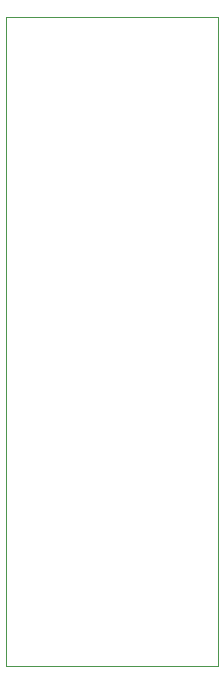
<source format=gbr>
%TF.GenerationSoftware,KiCad,Pcbnew,5.1.9-73d0e3b20d~88~ubuntu18.04.1*%
%TF.CreationDate,2021-02-25T17:56:51+01:00*%
%TF.ProjectId,climate_control,636c696d-6174-4655-9f63-6f6e74726f6c,rev?*%
%TF.SameCoordinates,Original*%
%TF.FileFunction,Profile,NP*%
%FSLAX46Y46*%
G04 Gerber Fmt 4.6, Leading zero omitted, Abs format (unit mm)*
G04 Created by KiCad (PCBNEW 5.1.9-73d0e3b20d~88~ubuntu18.04.1) date 2021-02-25 17:56:51*
%MOMM*%
%LPD*%
G01*
G04 APERTURE LIST*
%TA.AperFunction,Profile*%
%ADD10C,0.050000*%
%TD*%
G04 APERTURE END LIST*
D10*
X100000000Y-101000000D02*
X100000000Y-156000000D01*
X118000000Y-101000000D02*
X100000000Y-101000000D01*
X118000000Y-156000000D02*
X118000000Y-101000000D01*
X100000000Y-156000000D02*
X118000000Y-156000000D01*
M02*

</source>
